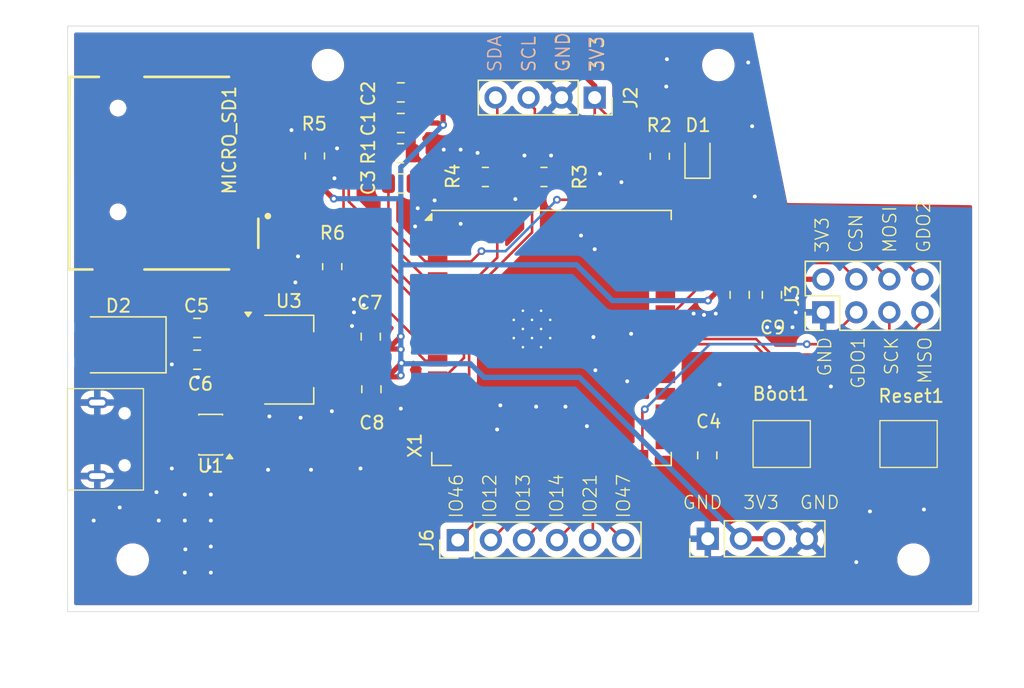
<source format=kicad_pcb>
(kicad_pcb (version 20241229) (generator "pcbnew") (generator_version "9.0")
  (layers (0 "F.Cu" signal) (2 "B.Cu" signal) (13 "F.Paste" user) (15 "B.Paste" user) (5 "F.SilkS" user "F.Silkscreen") (7 "B.SilkS" user "B.Silkscreen") (1 "F.Mask" user) (3 "B.Mask" user) (25 "Edge.Cuts" user))
  (net 0 "")
  (net 1 "+5V")
  (net 2 "GND")
  (net 3 "+3V3")
  (net 4 "Net-(D1-A)")
  (net 5 "/USB_P")
  (net 6 "/USB_N")
  (net 7 "/SD_CS")
  (net 8 "/SD_CLK")
  (net 9 "/SD_MOSI")
  (net 10 "/SD_MISO")
  (net 11 "Net-(X1-IO0)")
  (net 12 "Net-(X1-EN)")
  (net 19 "/CC_SCK")
  (net 20 "/CC_CSN")
  (net 21 "/CC_MOSI")
  (net 22 "/CC_GD0")
  (net 23 "/CC_MISO")
  (net 24 "/CC_DO2")
  (net 30 "/SDA")
  (net 31 "/SCL")
  (net 32 "/IO12")
  (net 33 "/IO21")
  (net 34 "/IO13")
  (net 35 "/IO14")
  (net 36 "/IO46")
  (net 37 "/IO47")
  (footprint "Capacitor_SMD:C_0805_2012Metric" (layer "F.Cu") (at 114.95 125.2 180)
    (property "Reference" "C5")
    (property "Value" "10u" (hide yes))
  )
  (footprint "MountingHole:MountingHole_2.2mm_M2_DIN965" (layer "F.Cu") (at 170 143)
    (property "Reference" "H4" (hide yes))
    (property "Value" "MountingHole" (hide yes))
  )
  (footprint "Package_TO_SOT_SMD:SOT-23-6" (layer "F.Cu") (at 115.9875 133.4 180)
    (property "Reference" "U1")
    (property "Value" "USBLC6-2SC6")
  )
  (footprint "Capacitor_SMD:C_0805_2012Metric" (layer "F.Cu") (at 128.29 125.87 90)
    (property "Reference" "C7")
    (property "Value" "100n" (hide yes))
  )
  (footprint "Connector_PinHeader_2.54mm:PinHeader_1x06_P2.54mm_Vertical" (layer "F.Cu") (at 134.98 141.5 90)
    (property "Reference" "J6")
    (property "Value" "Conn_01x06_Pin" (hide yes))
  )
  (footprint "MountingHole:MountingHole_2.2mm_M2_DIN965" (layer "F.Cu") (at 155 105)
    (property "Reference" "H2" (hide yes))
    (property "Value" "MountingHole" (hide yes))
  )
  (footprint "Package_TO_SOT_SMD:SOT-223-3_TabPin2" (layer "F.Cu") (at 122 127.6375)
    (property "Reference" "U3")
    (property "Value" "AMS1117-3.3" (hide yes))
  )
  (footprint "PVDW_custom:SW_Push_4Pin" (layer "F.Cu") (at 169.62 134.12)
    (property "Reference" "Reset1")
    (property "Value" "SW_Push" (hide yes))
  )
  (footprint "MountingHole:MountingHole_2.2mm_M2_DIN965" (layer "F.Cu") (at 125 105)
    (property "Reference" "H1" (hide yes))
    (property "Value" "MountingHole" (hide yes))
  )
  (footprint "Resistor_SMD:R_0805_2012Metric" (layer "F.Cu") (at 124 111.9875 -90)
    (property "Reference" "R5")
    (property "Value" "10k" (hide yes))
  )
  (footprint "MountingHole:MountingHole_2.2mm_M2_DIN965" (layer "F.Cu") (at 110 143)
    (property "Reference" "H3" (hide yes))
    (property "Value" "MountingHole" (hide yes))
  )
  (footprint "PVDW_custom:SW_Push_4Pin" (layer "F.Cu") (at 159.87 134.12)
    (property "Reference" "Boot1")
    (property "Value" "SW_Push" (hide yes))
  )
  (footprint "Capacitor_SMD:C_0805_2012Metric" (layer "F.Cu") (at 130.6 114.1)
    (property "Reference" "C3")
    (property "Value" "100n" (hide yes))
  )
  (footprint "PVDW_custom:TF-01A" (layer "F.Cu") (at 112.4 113.3088 -90)
    (property "Reference" "MICRO_SD1")
    (property "Value" "TF-01A")
  )
  (footprint "Capacitor_SMD:C_0805_2012Metric" (layer "F.Cu") (at 130.6 109.453333 180)
    (property "Reference" "C1")
    (property "Value" "100n" (hide yes))
  )
  (footprint "Capacitor_SMD:C_0805_2012Metric" (layer "F.Cu") (at 159.115 122.66 90)
    (property "Reference" "C9")
    (property "Value" "100n" (hide yes))
  )
  (footprint "Resistor_SMD:R_0805_2012Metric" (layer "F.Cu") (at 150.5 112.0125 90)
    (property "Reference" "R2")
    (property "Value" "1k" (hide yes))
  )
  (footprint "PVDW_custom:USB_Micro_type3" (layer "F.Cu") (at 110.025 133.76 -90)
    (property "Reference" "J4" (hide yes))
    (property "Value" "USB_Micro" (hide yes))
  )
  (footprint "Capacitor_SMD:C_0805_2012Metric" (layer "F.Cu") (at 130.6 107.1 180)
    (property "Reference" "C2")
    (property "Value" "10u" (hide yes))
  )
  (footprint "Resistor_SMD:R_0805_2012Metric" (layer "F.Cu") (at 125.33 120.49 90)
    (property "Reference" "R6")
    (property "Value" "10k" (hide yes))
  )
  (footprint "Connector_PinSocket_2.54mm:PinSocket_1x04_P2.54mm_Vertical" (layer "F.Cu") (at 145.5 107.5 -90)
    (property "Reference" "J2")
    (property "Value" "Conn_01x04_Pin" (hide yes))
  )
  (footprint "Capacitor_SMD:C_0805_2012Metric" (layer "F.Cu") (at 114.95 127.64 180)
    (property "Reference" "C6")
    (property "Value" "100n" (hide yes))
  )
  (footprint "Capacitor_SMD:C_0805_2012Metric" (layer "F.Cu") (at 156.64 122.66 -90)
    (property "Reference" "C10" (hide yes))
    (property "Value" "10u" (hide yes))
  )
  (footprint "Resistor_SMD:R_0805_2012Metric" (layer "F.Cu") (at 130.58 111.776667 180)
    (property "Reference" "R1")
    (property "Value" "10k" (hide yes))
  )
  (footprint "RF_Module:ESP32-S3-WROOM-1U" (layer "F.Cu") (at 142.181 125.97)
    (property "Reference" "X1")
    (property "Value" "ESP32-S3-WROOM-1-N16R8" (hide yes))
  )
  (footprint "Resistor_SMD:R_0805_2012Metric" (layer "F.Cu") (at 141.6 113.6 180)
    (property "Reference" "R3")
    (property "Value" "4k7" (hide yes))
  )
  (footprint "Capacitor_SMD:C_0805_2012Metric" (layer "F.Cu") (at 128.34 129.91 -90)
    (property "Reference" "C8")
    (property "Value" "10u" (hide yes))
  )
  (footprint "Resistor_SMD:R_0805_2012Metric" (layer "F.Cu") (at 137.1 113.6)
    (property "Reference" "R4")
    (property "Value" "4k7" (hide yes))
  )
  (footprint "PVDW_custom:PinHeader_2x04_P2.54mm_Vertical" (layer "F.Cu") (at 163.06 124 90)
    (property "Reference" "J3")
    (property "Value" "Conn_02x04_Odd_Even" (hide yes))
  )
  (footprint "LED_SMD:LED_0805_2012Metric" (layer "F.Cu") (at 153.398 112.0125 90)
    (property "Reference" "D1")
    (property "Value" "LED" (hide yes))
  )
  (footprint "Capacitor_SMD:C_0805_2012Metric" (layer "F.Cu") (at 154.15 134.99 -90)
    (property "Reference" "C4")
    (property "Value" "100n" (hide yes))
  )
  (footprint "Connector_PinHeader_2.54mm:PinHeader_1x04_P2.54mm_Vertical" (layer "F.Cu") (at 154.19 141.4 90)
    (property "Reference" "J5" (hide yes))
    (property "Value" "Conn_01x04_Pin" (hide yes))
  )
  (footprint "Diode_SMD:D_SMB" (layer "F.Cu") (at 108.9 126.5 180)
    (property "Reference" "D2")
    (property "Value" "SMBJ5.0A" (hide yes))
  )
  (gr_rect (start 105 102) (end 175 147) (stroke (width 0.05)) (fill no) (layer "Edge.Cuts"))
  (gr_text "IO21" (at 145.73 139.9 90) (layer "F.SilkS") (effects (font (size 1 1) (thickness 0.1)) (justify left bottom)))
  (gr_text "GND" (at 152.2 139.2 0) (layer "F.SilkS") (effects (font (size 1 1) (thickness 0.1)) (justify left bottom)))
  (gr_text "IO12" (at 138.02 139.9 90) (layer "F.SilkS") (effects (font (size 1 1) (thickness 0.1)) (justify left bottom)))
  (gr_text "IO14" (at 143.16 139.9 90) (layer "F.SilkS") (effects (font (size 1 1) (thickness 0.1)) (justify left bottom)))
  (gr_text "IO47" (at 148.3 139.9 90) (layer "F.SilkS") (effects (font (size 1 1) (thickness 0.1)) (justify left bottom)))
  (gr_text "3V3" (at 156.842857 139.2 0) (layer "F.SilkS") (effects (font (size 1 1) (thickness 0.1)) (justify left bottom)))
  (gr_text "GND" (at 161.2 139.2 0) (layer "F.SilkS") (effects (font (size 1 1) (thickness 0.1)) (justify left bottom)))
  (gr_text "IO13" (at 140.59 139.9 90) (layer "F.SilkS") (effects (font (size 1 1) (thickness 0.1)) (justify left bottom)))
  (gr_text "IO46" (at 135.45 139.9 90) (layer "F.SilkS") (effects (font (size 1 1) (thickness 0.1)) (justify left bottom)))
  (gr_text "GND" (at 143.666667 105.6 90) (layer "F.SilkS") (effects (font (size 1 1) (thickness 0.1)) (justify left bottom)))
  (gr_text "SDA" (at 138.4 105.6 90) (layer "F.SilkS") (effects (font (size 1 1) (thickness 0.1)) (justify left bottom)))
  (gr_text "3V3" (at 146.3 105.6 90) (layer "F.SilkS") (effects (font (size 1 1) (thickness 0.1)) (justify left bottom)))
  (gr_text "SCL" (at 141.033333 105.6 90) (layer "F.SilkS") (effects (font (size 1 1) (thickness 0.1)) (justify left bottom)))
  (gr_text "GND" (at 143.6 105.6 90) (layer "B.SilkS") (effects (font (size 1 1) (thickness 0.1)) (justify left bottom)))
  (gr_text "SDA" (at 138.4 105.6 90) (layer "B.SilkS") (effects (font (size 1 1) (thickness 0.1)) (justify left bottom)))
  (gr_text "3V3" (at 146.2 105.6 90) (layer "B.SilkS") (effects (font (size 1 1) (thickness 0.1)) (justify left bottom)))
  (gr_text "SCL" (at 141 105.6 90) (layer "B.SilkS") (effects (font (size 1 1) (thickness 0.1)) (justify left bottom)))
  (segment (start 115.9 125.2) (end 115.9 127.64) (width 0.4) (layer "F.Cu") (net 1))
  (segment (start 118.1975 129.9375) (end 115.9 127.64) (width 0.4) (layer "F.Cu") (net 1))
  (segment (start 110.025 132.46) (end 110.915 132.46) (width 0.4) (layer "F.Cu") (net 1))
  (segment (start 113.4375 129.9375) (end 111.05 127.55) (width 0.4) (layer "F.Cu") (net 1))
  (segment (start 116 129.9375) (end 113.4375 129.9375) (width 0.4) (layer "F.Cu") (net 1))
  (segment (start 111.05 127.55) (end 111.05 126.5) (width 0.4) (layer "F.Cu") (net 1))
  (segment (start 118.85 129.9375) (end 118.1975 129.9375) (width 0.4) (layer "F.Cu") (net 1))
  (segment (start 118.85 129.9375) (end 116 129.9375) (width 0.4) (layer "F.Cu") (net 1))
  (segment (start 116 132.604468) (end 116 129.9375) (width 0.2) (layer "F.Cu") (net 1))
  (segment (start 114.85 133.4) (end 115.204468 133.4) (width 0.2) (layer "F.Cu") (net 1))
  (segment (start 115.204468 133.4) (end 116 132.604468) (width 0.2) (layer "F.Cu") (net 1))
  (segment (start 110.915 132.46) (end 113.4375 129.9375) (width 0.4) (layer "F.Cu") (net 1))
  (segment (start 116.422532 133.4) (end 115.9 133.922532) (width 0.2) (layer "F.Cu") (net 2))
  (segment (start 115.9 133.922532) (end 115.9 135.9) (width 0.2) (layer "F.Cu") (net 2))
  (segment (start 117.125 133.4) (end 116.422532 133.4) (width 0.2) (layer "F.Cu") (net 2))
  (via (at 114 140) (size 0.6) (drill 0.3) (layers "F.Cu" "B.Cu") (net 2))
  (via (at 166.65 139.3) (size 0.6) (drill 0.3) (layers "F.Cu" "B.Cu") (net 2))
  (via (at 109 139) (size 0.6) (drill 0.3) (layers "F.Cu" "B.Cu") (net 2))
  (via (at 142.15 111.95) (size 0.6) (drill 0.3) (layers "F.Cu" "B.Cu") (net 2))
  (via (at 145.55 128.45) (size 0.6) (drill 0.3) (layers "F.Cu" "B.Cu") (net 2))
  (via (at 133.9 111.5) (size 0.6) (drill 0.3) (layers "F.Cu" "B.Cu") (net 2))
  (via (at 122.7 119.7) (size 0.6) (drill 0.3) (layers "F.Cu" "B.Cu") (net 2))
  (via (at 114 144) (size 0.6) (drill 0.3) (layers "F.Cu" "B.Cu") (net 2))
  (via (at 170.8 139.15) (size 0.6) (drill 0.3) (layers "F.Cu" "B.Cu") (net 2))
  (via (at 120.5 132) (size 0.6) (drill 0.3) (layers "F.Cu" "B.Cu") (net 2))
  (via (at 136.5 111.75) (size 0.6) (drill 0.3) (layers "F.Cu" "B.Cu") (net 2))
  (via (at 125.3 131.6) (size 0.6) (drill 0.3) (layers "F.Cu" "B.Cu") (net 2))
  (via (at 127.5 136) (size 0.6) (drill 0.3) (layers "F.Cu" "B.Cu") (net 2))
  (via (at 161.05 122.9) (size 0.6) (drill 0.3) (layers "F.Cu" "B.Cu") (net 2))
  (via (at 123.7 136.1) (size 0.6) (drill 0.3) (layers "F.Cu" "B.Cu") (net 2))
  (via (at 122.2 110) (size 0.6) (drill 0.3) (layers "F.Cu" "B.Cu") (net 2))
  (via (at 111.826888 137.823495) (size 0.6) (drill 0.3) (layers "F.Cu" "B.Cu") (net 2))
  (via (at 141 131.25) (size 0.6) (drill 0.3) (layers "F.Cu" "B.Cu") (net 2))
  (via (at 163.65 129.7) (size 0.6) (drill 0.3) (layers "F.Cu" "B.Cu") (net 2))
  (via (at 158.75 125.15) (size 0.6) (drill 0.3) (layers "F.Cu" "B.Cu") (net 2))
  (via (at 154.8 124.1) (size 0.6) (drill 0.3) (layers "F.Cu" "B.Cu") (net 2))
  (via (at 127.75 123.45) (size 0.6) (drill 0.3) (layers "F.Cu" "B.Cu") (net 2))
  (via (at 114.045749 142.215468) (size 0.6) (drill 0.3) (layers "F.Cu" "B.Cu") (net 2))
  (via (at 157.3 104.8) (size 0.6) (drill 0.3) (layers "F.Cu" "B.Cu") (net 2))
  (via (at 145.5 119.15) (size 0.6) (drill 0.3) (layers "F.Cu" "B.Cu") (net 2))
  (via (at 125.5 113.7) (size 0.6) (drill 0.3) (layers "F.Cu" "B.Cu") (net 2))
  (via (at 155.1 129.55) (size 0.6) (drill 0.3) (layers "F.Cu" "B.Cu") (net 2))
  (via (at 148 129.3) (size 0.6) (drill 0.3) (layers "F.Cu" "B.Cu") (net 2))
  (via (at 114 138) (size 0.6) (drill 0.3) (layers "F.Cu" "B.Cu") (net 2))
  (via (at 107 140) (size 0.6) (drill 0.3) (layers "F.Cu" "B.Cu") (net 2))
  (via (at 115.9 135.9) (size 0.6) (drill 0.3) (layers "F.Cu" "B.Cu") (net 2))
  (via (at 113 128) (size 0.6) (drill 0.3) (layers "F.Cu" "B.Cu") (net 2))
  (via (at 145.9 113.35) (size 0.6) (drill 0.3) (layers "F.Cu" "B.Cu") (net 2))
  (via (at 144.45 118.1) (size 0.6) (drill 0.3) (layers "F.Cu" "B.Cu") (net 2))
  (via (at 138 133) (size 0.6) (drill 0.3) (layers "F.Cu" "B.Cu") (net 2))
  (via (at 122.5 121.7) (size 0.6) (drill 0.3) (layers "F.Cu" "B.Cu") (net 2))
  (via (at 126.85 125.05) (size 0.6) (drill 0.3) (layers "F.Cu" "B.Cu") (net 2))
  (via (at 145.4 125.9) (size 0.6) (drill 0.3) (layers "F.Cu" "B.Cu") (net 2))
  (via (at 159.65 125.15) (size 0.6) (drill 0.3) (layers "F.Cu" "B.Cu") (net 2))
  (via (at 148.3 125.65) (size 0.6) (drill 0.3) (layers "F.Cu" "B.Cu") (net 2))
  (via (at 131.7 117.4) (size 0.6) (drill 0.3) (layers "F.Cu" "B.Cu") (net 2))
  (via (at 112 140) (size 0.6) (drill 0.3) (layers "F.Cu" "B.Cu") (net 2))
  (via (at 160.95 124) (size 0.6) (drill 0.3) (layers "F.Cu" "B.Cu") (net 2))
  (via (at 115 129) (size 0.6) (drill 0.3) (layers "F.Cu" "B.Cu") (net 2))
  (via (at 143.25 131.25) (size 0.6) (drill 0.3) (layers "F.Cu" "B.Cu") (net 2))
  (via (at 157.8 115.1) (size 0.6) (drill 0.3) (layers "F.Cu" "B.Cu") (net 2))
  (via (at 116 138) (size 0.6) (drill 0.3) (layers "F.Cu" "B.Cu") (net 2))
  (via (at 158.95 129.75) (size 0.6) (drill 0.3) (layers "F.Cu" "B.Cu") (net 2))
  (via (at 138.25 131.15) (size 0.6) (drill 0.3) (layers "F.Cu" "B.Cu") (net 2))
  (via (at 153.9 124.2) (size 0.6) (drill 0.3) (layers "F.Cu" "B.Cu") (net 2))
  (via (at 157.6 109.7) (size 0.6) (drill 0.3) (layers "F.Cu" "B.Cu") (net 2))
  (via (at 135.2 117.2) (size 0.6) (drill 0.3) (layers "F.Cu" "B.Cu") (net 2))
  (via (at 120.4 136.1) (size 0.6) (drill 0.3) (layers "F.Cu" "B.Cu") (net 2))
  (via (at 133.2 115.4) (size 0.6) (drill 0.3) (layers "F.Cu" "B.Cu") (net 2))
  (via (at 165.6 143.2) (size 0.6) (drill 0.3) (layers "F.Cu" "B.Cu") (net 2))
  (via (at 131.9 116) (size 0.6) (drill 0.3) (layers "F.Cu" "B.Cu") (net 2))
  (via (at 116 144) (size 0.6) (drill 0.3) (layers "F.Cu" "B.Cu") (net 2))
  (via (at 140.1 111.95) (size 0.6) (drill 0.3) (layers "F.Cu" "B.Cu") (net 2))
  (via (at 147.55 114) (size 0.6) (drill 0.3) (layers "F.Cu" "B.Cu") (net 2))
  (via (at 151 106.65) (size 0.6) (drill 0.3) (layers "F.Cu" "B.Cu") (net 2))
  (via (at 160.7 125.15) (size 0.6) (drill 0.3) (layers "F.Cu" "B.Cu") (net 2))
  (via (at 127 124) (size 0.6) (drill 0.3) (layers "F.Cu" "B.Cu") (net 2))
  (via (at 116 140) (size 0.6) (drill 0.3) (layers "F.Cu" "B.Cu") (net 2))
  (via (at 151.05 104.55) (size 0.6) (drill 0.3) (layers "F.Cu" "B.Cu") (net 2))
  (via (at 127 123) (size 0.6) (drill 0.3) (layers "F.Cu" "B.Cu") (net 2))
  (via (at 130.6 131.4) (size 0.6) (drill 0.3) (layers "F.Cu" "B.Cu") (net 2))
  (via (at 113 136) (size 0.6) (drill 0.3) (layers "F.Cu" "B.Cu") (net 2))
  (via (at 122.9 132.1) (size 0.6) (drill 0.3) (layers "F.Cu" "B.Cu") (net 2))
  (via (at 139.4 115.3) (size 0.6) (drill 0.3) (layers "F.Cu" "B.Cu") (net 2))
  (via (at 135.2 111.5) (size 0.6) (drill 0.3) (layers "F.Cu" "B.Cu") (net 2))
  (via (at 153.1 124.1) (size 0.6) (drill 0.3) (layers "F.Cu" "B.Cu") (net 2))
  (via (at 125.7 111.4) (size 0.6) (drill 0.3) (layers "F.Cu" "B.Cu") (net 2))
  (via (at 144.9 132.75) (size 0.6) (drill 0.3) (layers "F.Cu" "B.Cu") (net 2))
  (via (at 116 142) (size 0.6) (drill 0.3) (layers "F.Cu" "B.Cu") (net 2))
  (segment (start 124 112.9) (end 123.3386 112.2386) (width 0.4) (layer "F.Cu") (net 3))
  (segment (start 125.33 127.4575) (end 125.15 127.6375) (width 0.4) (layer "F.Cu") (net 3))
  (segment (start 124 113.85) (end 125.29 115.14) (width 0.4) (layer "F.Cu") (net 3))
  (segment (start 127.0175 127.6375) (end 128.34 128.96) (width 0.4) (layer "F.Cu") (net 3))
  (segment (start 145.5 107.5) (end 145.5 110.6125) (width 0.2) (layer "F.Cu") (net 3))
  (segment (start 135.12 118.83) (end 133.431 118.83) (width 0.4) (layer "F.Cu") (net 3))
  (segment (start 163.06 121.46) (end 159.365 121.46) (width 0.4) (layer "F.Cu") (net 3))
  (segment (start 159.365 121.46) (end 159.115 121.71) (width 0.4) (layer "F.Cu") (net 3))
  (segment (start 133.85 109.6) (end 133.85 107.85) (width 0.4) (layer "F.Cu") (net 3))
  (segment (start 128.29 126.82) (end 129.63 126.82) (width 0.4) (layer "F.Cu") (net 3))
  (segment (start 145.5 107.5) (end 145.5 107.925) (width 0.2) (layer "F.Cu") (net 3))
  (segment (start 118.85 127.6375) (end 125.15 127.6375) (width 0.4) (layer "F.Cu") (net 3))
  (segment (start 131.55 107.1) (end 131.55 109.453333) (width 0.4) (layer "F.Cu") (net 3))
  (segment (start 144.1 105.2) (end 145.5 106.6) (width 0.4) (layer "F.Cu") (net 3))
  (segment (start 129.63 126.82) (end 130.6 125.85) (width 0.4) (layer "F.Cu") (net 3))
  (segment (start 128.29 126.82) (end 125.9675 126.82) (width 0.4) (layer "F.Cu") (net 3))
  (segment (start 128.34 128.96) (end 129.59 128.96) (width 0.4) (layer "F.Cu") (net 3))
  (segment (start 131.55 111.719167) (end 131.4925 111.776667) (width 0.4) (layer "F.Cu") (net 3))
  (segment (start 129.59 128.96) (end 130.65 127.9) (width 0.4) (layer "F.Cu") (net 3))
  (segment (start 133.315833 113.6) (end 131.4925 111.776667) (width 0.2) (layer "F.Cu") (net 3))
  (segment (start 145.5 110.6125) (end 142.5125 113.6) (width 0.2) (layer "F.Cu") (net 3))
  (segment (start 123.3386 112.2386) (end 119.5738 112.2386) (width 0.4) (layer "F.Cu") (net 3))
  (segment (start 136.1875 113.6) (end 133.315833 113.6) (width 0.2) (layer "F.Cu") (net 3))
  (segment (start 131.55 109.453333) (end 131.55 111.719167) (width 0.4) (layer "F.Cu") (net 3))
  (segment (start 124 112.9) (end 124 113.85) (width 0.4) (layer "F.Cu") (net 3))
  (segment (start 125.33 121.4025) (end 125.33 127.4575) (width 0.4) (layer "F.Cu") (net 3))
  (segment (start 136.35 117.6) (end 135.12 118.83) (width 0.4) (layer "F.Cu") (net 3))
  (segment (start 145.5 107.925) (end 150.5 112.925) (width 0.2) (layer "F.Cu") (net 3))
  (segment (start 128.29 126.82) (end 130.57 126.82) (width 0.4) (layer "F.Cu") (net 3))
  (segment (start 145.5 106.6) (end 145.5 107.5) (width 0.4) (layer "F.Cu") (net 3))
  (segment (start 131.55 109.453333) (end 133.453333 109.453333) (width 0.4) (layer "F.Cu") (net 3))
  (segment (start 155.59 121.71) (end 154.2 123.1) (width 0.4) (layer "F.Cu") (net 3))
  (segment (start 125.9675 126.82) (end 125.15 127.6375) (width 0.4) (layer "F.Cu") (net 3))
  (segment (start 136.5 105.2) (end 144.1 105.2) (width 0.4) (layer "F.Cu") (net 3))
  (segment (start 128.34 128.96) (end 130.49 128.96) (width 0.4) (layer "F.Cu") (net 3))
  (segment (start 130.57 126.82) (end 130.6 126.85) (width 0.4) (layer "F.Cu") (net 3))
  (segment (start 159.27 141.4) (end 156.73 141.4) (width 0.4) (layer "F.Cu") (net 3))
  (segment (start 159.115 121.71) (end 156.64 121.71) (width 0.4) (layer "F.Cu") (net 3))
  (segment (start 133.453333 109.453333) (end 133.6 109.6) (width 0.4) (layer "F.Cu") (net 3))
  (segment (start 150.46 112.965) (end 150.5 112.925) (width 0.2) (layer "F.Cu") (net 3))
  (segment (start 131.4925 111.776667) (end 136.35 116.634167) (width 0.4) (layer "F.Cu") (net 3))
  (segment (start 136.35 116.634167) (end 136.35 117.6) (width 0.4) (layer "F.Cu") (net 3))
  (segment (start 125.15 127.6375) (end 127.0175 127.6375) (width 0.4) (layer "F.Cu") (net 3))
  (segment (start 133.85 107.85) (end 136.5 105.2) (width 0.4) (layer "F.Cu") (net 3))
  (segment (start 156.64 121.71) (end 155.59 121.71) (width 0.4) (layer "F.Cu") (net 3))
  (via (at 130.6 128.85) (size 0.6) (drill 0.3) (layers "F.Cu" "B.Cu") (net 3))
  (via (at 130.6 126.85) (size 0.6) (drill 0.3) (layers "F.Cu" "B.Cu") (net 3))
  (via (at 125.45 115.27) (size 0.6) (drill 0.3) (layers "F.Cu" "B.Cu") (net 3))
  (via (at 130.6 125.85) (size 0.6) (drill 0.3) (layers "F.Cu" "B.Cu") (net 3))
  (via (at 130.65 127.9) (size 0.6) (drill 0.3) (layers "F.Cu" "B.Cu") (net 3))
  (via (at 133.85 109.6) (size 0.6) (drill 0.3) (layers "F.Cu" "B.Cu") (net 3))
  (via (at 154.2 123.1) (size 0.6) (drill 0.3) (layers "F.Cu" "B.Cu") (net 3))
  (segment (start 125.45 115.27) (end 130.52 115.27) (width 0.4) (layer "B.Cu") (net 3))
  (segment (start 135.95 127.95) (end 137 129) (width 0.4) (layer "B.Cu") (net 3))
  (segment (start 130.6 112.85) (end 130.6 115.35) (width 0.4) (layer "B.Cu") (net 3))
  (segment (start 130.52 115.27) (end 130.6 115.35) (width 0.4) (layer "B.Cu") (net 3))
  (segment (start 154.2 123.1) (end 146.85 123.1) (width 0.4) (layer "B.Cu") (net 3))
  (segment (start 130.6 127.95) (end 130.6 128.85) (width 0.4) (layer "B.Cu") (net 3))
  (segment (start 144.1 120.35) (end 130.85 120.35) (width 0.4) (layer "B.Cu") (net 3))
  (segment (start 130.85 120.35) (end 130.6 120.1) (width 0.4) (layer "B.Cu") (net 3))
  (segment (start 137 129) (end 144.33 129) (width 0.4) (layer "B.Cu") (net 3))
  (segment (start 130.6 126.85) (end 130.6 127.95) (width 0.4) (layer "B.Cu") (net 3))
  (segment (start 146.85 123.1) (end 144.1 120.35) (width 0.4) (layer "B.Cu") (net 3))
  (segment (start 133.85 109.6) (end 130.6 112.85) (width 0.4) (layer "B.Cu") (net 3))
  (segment (start 144.33 129) (end 156.73 141.4) (width 0.4) (layer "B.Cu") (net 3))
  (segment (start 130.6 120.1) (end 130.6 126.85) (width 0.4) (layer "B.Cu") (net 3))
  (segment (start 130.6 115.35) (end 130.6 120.1) (width 0.4) (layer "B.Cu") (net 3))
  (segment (start 130.6 127.95) (end 135.95 127.95) (width 0.4) (layer "B.Cu") (net 3))
  (segment (start 150.5 111.1) (end 150.75 111.1) (width 0.2) (layer "F.Cu") (net 4))
  (segment (start 150.775 111.075) (end 153.398 111.075) (width 0.2) (layer "F.Cu") (net 4))
  (segment (start 150.75 111.1) (end 150.775 111.075) (width 0.2) (layer "F.Cu") (net 4))
  (segment (start 131.895999 133.66) (end 118.7 133.66) (width 0.2) (layer "F.Cu") (net 5))
  (segment (start 111.754601 133.76) (end 111.854601 133.66) (width 0.2) (layer "F.Cu") (net 5))
  (segment (start 132.305999 134.07) (end 131.895999 133.66) (width 0.2) (layer "F.Cu") (net 5))
  (segment (start 118.7 133.66) (end 118.01 134.35) (width 0.2) (layer "F.Cu") (net 5))
  (segment (start 114.3525 134.35) (end 114.85 134.35) (width 0.2) (layer "F.Cu") (net 5))
  (segment (start 118.01 134.35) (end 117.125 134.35) (width 0.2) (layer "F.Cu") (net 5))
  (segment (start 113.6625 133.66) (end 114.3525 134.35) (width 0.2) (layer "F.Cu") (net 5))
  (segment (start 111.854601 133.66) (end 113.6625 133.66) (width 0.2) (layer "F.Cu") (net 5))
  (segment (start 110.025 133.76) (end 111.754601 133.76) (width 0.2) (layer "F.Cu") (net 5))
  (segment (start 133.431 134.07) (end 132.305999 134.07) (width 0.2) (layer "F.Cu") (net 5))
  (segment (start 118.7 133.21) (end 117.94 132.45) (width 0.2) (layer "F.Cu") (net 6))
  (segment (start 117.94 132.45) (end 117.125 132.45) (width 0.2) (layer "F.Cu") (net 6))
  (segment (start 113.6625 133.21) (end 114.4225 132.45) (width 0.2) (layer "F.Cu") (net 6))
  (segment (start 114.4225 132.45) (end 114.85 132.45) (width 0.2) (layer "F.Cu") (net 6))
  (segment (start 111.854601 133.21) (end 113.6625 133.21) (width 0.2) (layer "F.Cu") (net 6))
  (segment (start 133.431 132.8) (end 132.305999 132.8) (width 0.2) (layer "F.Cu") (net 6))
  (segment (start 131.895999 133.21) (end 118.7 133.21) (width 0.2) (layer "F.Cu") (net 6))
  (segment (start 110.025 133.11) (end 111.754601 133.11) (width 0.2) (layer "F.Cu") (net 6))
  (segment (start 114.36 132.45) (end 114.85 132.45) (width 0.2) (layer "F.Cu") (net 6))
  (segment (start 111.754601 133.11) (end 111.854601 133.21) (width 0.2) (layer "F.Cu") (net 6))
  (segment (start 132.305999 132.8) (end 131.895999 133.21) (width 0.2) (layer "F.Cu") (net 6))
  (segment (start 119.5738 114.4386) (end 120.1911 114.4386) (width 0.2) (layer "F.Cu") (net 7))
  (segment (start 120.1911 114.4386) (end 125.33 119.5775) (width 0.2) (layer "F.Cu") (net 7))
  (segment (start 131.649 126.888) (end 132.481 127.72) (width 0.2) (layer "F.Cu") (net 7))
  (segment (start 131.649 125.8965) (end 131.649 126.888) (width 0.2) (layer "F.Cu") (net 7))
  (segment (start 132.481 127.72) (end 133.03 127.72) (width 0.2) (layer "F.Cu") (net 7))
  (segment (start 125.33 119.5775) (end 131.649 125.8965) (width 0.2) (layer "F.Cu") (net 7))
  (segment (start 126.199 116.699) (end 126.199 113.274) (width 0.2) (layer "F.Cu") (net 8))
  (segment (start 133.431 122.64) (end 132.14 122.64) (width 0.2) (layer "F.Cu") (net 8))
  (segment (start 123.9364 111.1386) (end 124 111.075) (width 0.2) (layer "F.Cu") (net 8))
  (segment (start 132.14 122.64) (end 126.199 116.699) (width 0.2) (layer "F.Cu") (net 8))
  (segment (start 126.199 113.274) (end 124 111.075) (width 0.2) (layer "F.Cu") (net 8))
  (segment (start 119.5738 111.1386) (end 123.9364 111.1386) (width 0.2) (layer "F.Cu") (net 8))
  (segment (start 122.0386 113.3386) (end 132.05 123.35) (width 0.2) (layer "F.Cu") (net 9))
  (segment (start 119.5738 113.3386) (end 122.0386 113.3386) (width 0.2) (layer "F.Cu") (net 9))
  (segment (start 132.05 123.35) (end 132.05 126.15) (width 0.2) (layer "F.Cu") (net 9))
  (segment (start 132.35 126.45) (end 133.03 126.45) (width 0.2) (layer "F.Cu") (net 9))
  (segment (start 132.05 126.15) (end 132.35 126.45) (width 0.2) (layer "F.Cu") (net 9))
  (segment (start 126.6 115.489) (end 126.6 111.1) (width 0.2) (layer "F.Cu") (net 10))
  (segment (start 124.4386 108.9386) (end 119.5738 108.9386) (width 0.2) (layer "F.Cu") (net 10))
  (segment (start 133.431 121.37) (end 132.481 121.37) (width 0.2) (layer "F.Cu") (net 10))
  (segment (start 126.6 111.1) (end 124.4386 108.9386) (width 0.2) (layer "F.Cu") (net 10))
  (segment (start 132.481 121.37) (end 126.6 115.489) (width 0.2) (layer "F.Cu") (net 10))
  (segment (start 150.931 134.07) (end 154.83 134.07) (width 0.2) (layer "F.Cu") (net 11))
  (segment (start 154.83 134.07) (end 156.87 132.03) (width 0.2) (layer "F.Cu") (net 11))
  (segment (start 172.62 135.92) (end 170.9 134.2) (width 0.2) (layer "F.Cu") (net 12))
  (segment (start 172.6 118.5) (end 171.7 117.6) (width 0.2) (layer "F.Cu") (net 12))
  (segment (start 129.6675 114.0825) (end 129.65 114.1) (width 0.2) (layer "F.Cu") (net 12))
  (segment (start 136 120.1) (end 133.431 120.1) (width 0.2) (layer "F.Cu") (net 12))
  (segment (start 170.9 134.2) (end 170.9 130) (width 0.2) (layer "F.Cu") (net 12))
  (segment (start 172.6 128.3) (end 172.6 118.5) (width 0.2) (layer "F.Cu") (net 12))
  (segment (start 170.9 130) (end 172.6 128.3) (width 0.2) (layer "F.Cu") (net 12))
  (segment (start 132.481 120.1) (end 133.431 120.1) (width 0.2) (layer "F.Cu") (net 12))
  (segment (start 136.8 119.3) (end 136 120.1) (width 0.2) (layer "F.Cu") (net 12))
  (segment (start 153.65 115.35) (end 142.6 115.35) (width 0.2) (layer "F.Cu") (net 12))
  (segment (start 155.9 117.6) (end 153.65 115.35) (width 0.2) (layer "F.Cu") (net 12))
  (segment (start 171.7 117.6) (end 155.9 117.6) (width 0.2) (layer "F.Cu") (net 12))
  (segment (start 129.6675 111.776667) (end 129.6675 114.0825) (width 0.2) (layer "F.Cu") (net 12))
  (segment (start 129.65 117.269) (end 132.481 120.1) (width 0.2) (layer "F.Cu") (net 12))
  (segment (start 129.65 114.1) (end 129.65 117.269) (width 0.2) (layer "F.Cu") (net 12))
  (via (at 136.8 119.3) (size 0.6) (drill 0.3) (layers "F.Cu" "B.Cu") (net 12))
  (via (at 142.6 115.35) (size 0.6) (drill 0.3) (layers "F.Cu" "B.Cu") (net 12))
  (segment (start 138.65 119.3) (end 136.8 119.3) (width 0.2) (layer "B.Cu") (net 12))
  (segment (start 142.6 115.35) (end 138.65 119.3) (width 0.2) (layer "B.Cu") (net 12))
  (segment (start 157.9 126.05) (end 153.25 126.05) (width 0.2) (layer "F.Cu") (net 19))
  (segment (start 167.55 127.25) (end 159.1 127.25) (width 0.2) (layer "F.Cu") (net 19))
  (segment (start 152.38 125.18) (end 150.931 125.18) (width 0.2) (layer "F.Cu") (net 19))
  (segment (start 168.14 124) (end 168.14 126.66) (width 0.2) (layer "F.Cu") (net 19))
  (segment (start 153.25 126.05) (end 152.38 125.18) (width 0.2) (layer "F.Cu") (net 19))
  (segment (start 159.1 127.25) (end 157.9 126.05) (width 0.2) (layer "F.Cu") (net 19))
  (segment (start 168.14 126.66) (end 167.55 127.25) (width 0.2) (layer "F.Cu") (net 19))
  (segment (start 164.349 120.209) (end 155.364 120.209) (width 0.2) (layer "F.Cu") (net 20))
  (segment (start 151.663 123.91) (end 150.931 123.91) (width 0.2) (layer "F.Cu") (net 20))
  (segment (start 165.6 121.46) (end 164.349 120.209) (width 0.2) (layer "F.Cu") (net 20))
  (segment (start 155.364 120.209) (end 151.663 123.91) (width 0.2) (layer "F.Cu") (net 20))
  (segment (start 152.081 120.1) (end 150.931 120.1) (width 0.2) (layer "F.Cu") (net 21))
  (segment (start 166.288 119.608) (end 152.573 119.608) (width 0.2) (layer "F.Cu") (net 21))
  (segment (start 168.14 121.46) (end 166.288 119.608) (width 0.2) (layer "F.Cu") (net 21))
  (segment (start 152.573 119.608) (end 152.081 120.1) (width 0.2) (layer "F.Cu") (net 21))
  (segment (start 165.6 124) (end 163.15 126.45) (width 0.2) (layer "F.Cu") (net 22))
  (segment (start 149.166 131.634) (end 149.166 134.919) (width 0.2) (layer "F.Cu") (net 22))
  (segment (start 149.35 131.45) (end 149.166 131.634) (width 0.2) (layer "F.Cu") (net 22))
  (segment (start 163.15 126.45) (end 161.8 126.45) (width 0.2) (layer "F.Cu") (net 22))
  (via (at 161.8 126.45) (size 0.6) (drill 0.3) (layers "F.Cu" "B.Cu") (net 22))
  (via (at 149.35 131.45) (size 0.6) (drill 0.3) (layers "F.Cu" "B.Cu") (net 22))
  (segment (start 161.8 126.45) (end 154.35 126.45) (width 0.2) (layer "B.Cu") (net 22))
  (segment (start 154.35 126.45) (end 149.35 131.45) (width 0.2) (layer "B.Cu") (net 22))
  (segment (start 157.7329 126.45) (end 150.931 126.45) (width 0.2) (layer "F.Cu") (net 23))
  (segment (start 158.9339 127.651) (end 157.7329 126.45) (width 0.2) (layer "F.Cu") (net 23))
  (segment (start 167.7161 127.651) (end 158.9339 127.651) (width 0.2) (layer "F.Cu") (net 23))
  (segment (start 170.68 124.6871) (end 167.7161 127.651) (width 0.2) (layer "F.Cu") (net 23))
  (segment (start 170.68 124) (end 170.68 124.6871) (width 0.2) (layer "F.Cu") (net 23))
  (segment (start 168.05 118.83) (end 150.931 118.83) (width 0.2) (layer "F.Cu") (net 24))
  (segment (start 170.68 121.46) (end 168.05 118.83) (width 0.2) (layer "F.Cu") (net 24))
  (segment (start 135.45 127.503) (end 133.963 128.99) (width 0.2) (layer "F.Cu") (net 30))
  (segment (start 133.963 128.99) (end 133.431 128.99) (width 0.2) (layer "F.Cu") (net 30))
  (segment (start 135.45 122.35) (end 135.45 127.503) (width 0.2) (layer "F.Cu") (net 30))
  (segment (start 138.0125 113.6) (end 138.0125 119.7875) (width 0.2) (layer "F.Cu") (net 30))
  (segment (start 138.0125 107.6325) (end 137.88 107.5) (width 0.2) (layer "F.Cu") (net 30))
  (segment (start 138.0125 113.6) (end 138.0125 107.6325) (width 0.2) (layer "F.Cu") (net 30))
  (segment (start 138.19 113.4225) (end 138.0125 113.6) (width 0.2) (layer "F.Cu") (net 30))
  (segment (start 138.0125 119.7875) (end 135.45 122.35) (width 0.2) (layer "F.Cu") (net 30))
  (segment (start 140.6875 113.6) (end 140.6875 117.8625) (width 0.2) (layer "F.Cu") (net 31))
  (segment (start 140.6875 113.6) (end 140.9 113.3875) (width 0.2) (layer "F.Cu") (net 31))
  (segment (start 140.9 113.3875) (end 140.9 108.381) (width 0.2) (layer "F.Cu") (net 31))
  (segment (start 135.851 122.699) (end 135.851 129.199) (width 0.2) (layer "F.Cu") (net 31))
  (segment (start 135.851 129.199) (end 134.79 130.26) (width 0.2) (layer "F.Cu") (net 31))
  (segment (start 140.6875 117.8625) (end 135.851 122.699) (width 0.2) (layer "F.Cu") (net 31))
  (segment (start 134.79 130.26) (end 133.431 130.26) (width 0.2) (layer "F.Cu") (net 31))
  (segment (start 140.9 108.381) (end 140.42 107.901) (width 0.2) (layer "F.Cu") (net 31))
  (segment (start 141.546 135.32) (end 141.546 137.474) (width 0.2) (layer "F.Cu") (net 32))
  (segment (start 141.546 137.474) (end 137.52 141.5) (width 0.2) (layer "F.Cu") (net 32))
  (segment (start 145.356 135.32) (end 145.356 141.284) (width 0.2) (layer "F.Cu") (net 33))
  (segment (start 145.356 141.284) (end 145.14 141.5) (width 0.2) (layer "F.Cu") (net 33))
  (segment (start 142.816 138.744) (end 140.06 141.5) (width 0.2) (layer "F.Cu") (net 34))
  (segment (start 142.816 135.32) (end 142.816 138.744) (width 0.2) (layer "F.Cu") (net 34))
  (segment (start 144.086 135.32) (end 144.086 140.014) (width 0.2) (layer "F.Cu") (net 35))
  (segment (start 144.086 140.014) (end 142.6 141.5) (width 0.2) (layer "F.Cu") (net 35))
  (segment (start 136.466 135.32) (end 136.466 140.014) (width 0.2) (layer "F.Cu") (net 36))
  (segment (start 136.466 140.014) (end 134.98 141.5) (width 0.2) (layer "F.Cu") (net 36))
  (segment (start 146.626 140.446) (end 147.68 141.5) (width 0.2) (layer "F.Cu") (net 37))
  (segment (start 146.626 135.32) (end 146.626 140.446) (width 0.2) (layer "F.Cu") (net 37))
  (zone (net 2) (net_name "GND") (layer "F.Cu") (connect_pads (clearance 0.5)) (min_thickness 0.25) (fill yes (thermal_gap 0.5) (thermal_bridge_width 0.5))
    (polygon (pts (xy 100 100) (xy 157.1 100) (xy 160.3 115.6) (xy 177.5 115.8) (xy 178.3 152.9) (xy 99.8 151.6)))
  )
  (zone (net 2) (net_name "GND") (layer "B.Cu") (priority 1) (connect_pads (clearance 0.5)) (min_thickness 0.25) (fill yes (thermal_gap 0.5) (thermal_bridge_width 0.5))
    (polygon (pts (xy 100.4 100.2) (xy 157.2 100.1) (xy 160.3 115.7) (xy 177.9 116) (xy 178.5 149.2) (xy 100.7 149.4)))
  )
)
</source>
